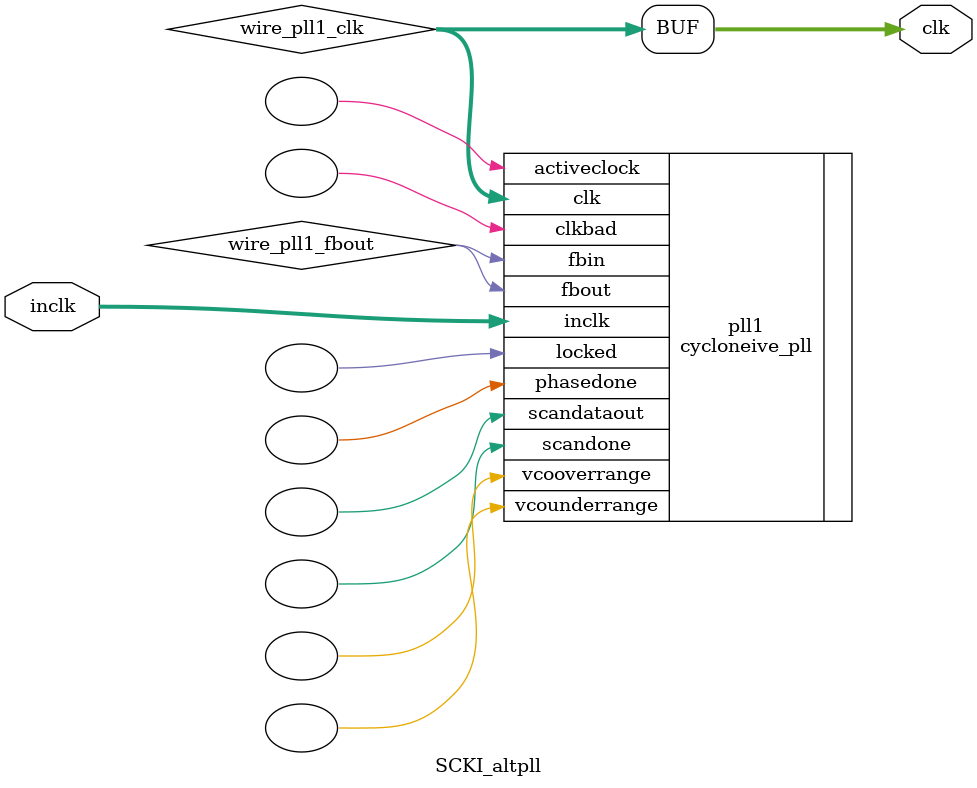
<source format=v>






//synthesis_resources = cycloneive_pll 1 
//synopsys translate_off
`timescale 1 ps / 1 ps
//synopsys translate_on
module  SCKI_altpll
	( 
	clk,
	inclk) /* synthesis synthesis_clearbox=1 */;
	output   [4:0]  clk;
	input   [1:0]  inclk;
`ifndef ALTERA_RESERVED_QIS
// synopsys translate_off
`endif
	tri0   [1:0]  inclk;
`ifndef ALTERA_RESERVED_QIS
// synopsys translate_on
`endif

	wire  [4:0]   wire_pll1_clk;
	wire  wire_pll1_fbout;

	cycloneive_pll   pll1
	( 
	.activeclock(),
	.clk(wire_pll1_clk),
	.clkbad(),
	.fbin(wire_pll1_fbout),
	.fbout(wire_pll1_fbout),
	.inclk(inclk),
	.locked(),
	.phasedone(),
	.scandataout(),
	.scandone(),
	.vcooverrange(),
	.vcounderrange()
	`ifndef FORMAL_VERIFICATION
	// synopsys translate_off
	`endif
	,
	.areset(1'b0),
	.clkswitch(1'b0),
	.configupdate(1'b0),
	.pfdena(1'b1),
	.phasecounterselect({3{1'b0}}),
	.phasestep(1'b0),
	.phaseupdown(1'b0),
	.scanclk(1'b0),
	.scanclkena(1'b1),
	.scandata(1'b0)
	`ifndef FORMAL_VERIFICATION
	// synopsys translate_on
	`endif
	);
	defparam
		pll1.bandwidth_type = "auto",
		pll1.clk0_divide_by = 2,
		pll1.clk0_duty_cycle = 50,
		pll1.clk0_multiply_by = 1,
		pll1.clk0_phase_shift = "0",
		pll1.compensate_clock = "clk0",
		pll1.inclk0_input_frequency = 20000,
		pll1.operation_mode = "normal",
		pll1.pll_type = "auto",
		pll1.lpm_type = "cycloneive_pll";
	assign
		clk = {wire_pll1_clk[4:0]};
endmodule //SCKI_altpll
//VALID FILE

</source>
